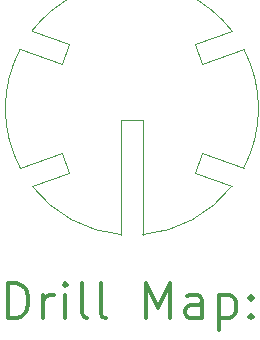
<source format=gbr>
%FSLAX45Y45*%
G04 Gerber Fmt 4.5, Leading zero omitted, Abs format (unit mm)*
G04 Created by KiCad (PCBNEW (5.1.5)-3) date 2021-03-06 07:38:31*
%MOMM*%
%LPD*%
G04 APERTURE LIST*
%TA.AperFunction,Profile*%
%ADD10C,0.050000*%
%TD*%
%ADD11C,0.200000*%
%ADD12C,0.300000*%
G04 APERTURE END LIST*
D10*
X14489968Y-9613626D02*
X14139347Y-9741237D01*
X14489968Y-8864374D02*
X14551528Y-8695228D01*
X15682032Y-9613626D02*
X15620470Y-9782772D01*
X15176000Y-10306845D02*
X15176000Y-9339000D01*
X14139346Y-8736766D02*
X14489968Y-8864374D01*
X15176000Y-9339000D02*
X14996000Y-9339000D01*
X14551529Y-9782772D02*
X14489968Y-9613626D01*
X15932380Y-9896293D02*
G75*
G02X15176000Y-10306845I-846380J657293D01*
G01*
X14996000Y-9339000D02*
X14996000Y-10306845D01*
X14239620Y-9896293D02*
X14551529Y-9782772D01*
X14551528Y-8695228D02*
X14239618Y-8581709D01*
X14139347Y-9741237D02*
G75*
G02X14139346Y-8736766I946653J502237D01*
G01*
X14996000Y-10306845D02*
G75*
G02X14239620Y-9896293I90000J1067845D01*
G01*
X16032653Y-9741237D02*
X15682032Y-9613626D01*
X15620470Y-9782772D02*
X15932380Y-9896293D01*
X16032654Y-8736766D02*
G75*
G02X16032653Y-9741237I-946654J-502234D01*
G01*
X15682032Y-8864374D02*
X16032654Y-8736766D01*
X15620472Y-8695229D02*
X15682032Y-8864374D01*
X15932382Y-8581710D02*
X15620472Y-8695229D01*
X14239618Y-8581709D02*
G75*
G02X15932382Y-8581710I846382J-657291D01*
G01*
D11*
D12*
X14036428Y-11015714D02*
X14036428Y-10715714D01*
X14107857Y-10715714D01*
X14150714Y-10730000D01*
X14179286Y-10758571D01*
X14193571Y-10787143D01*
X14207857Y-10844286D01*
X14207857Y-10887143D01*
X14193571Y-10944286D01*
X14179286Y-10972857D01*
X14150714Y-11001429D01*
X14107857Y-11015714D01*
X14036428Y-11015714D01*
X14336428Y-11015714D02*
X14336428Y-10815714D01*
X14336428Y-10872857D02*
X14350714Y-10844286D01*
X14365000Y-10830000D01*
X14393571Y-10815714D01*
X14422143Y-10815714D01*
X14522143Y-11015714D02*
X14522143Y-10815714D01*
X14522143Y-10715714D02*
X14507857Y-10730000D01*
X14522143Y-10744286D01*
X14536428Y-10730000D01*
X14522143Y-10715714D01*
X14522143Y-10744286D01*
X14707857Y-11015714D02*
X14679286Y-11001429D01*
X14665000Y-10972857D01*
X14665000Y-10715714D01*
X14865000Y-11015714D02*
X14836428Y-11001429D01*
X14822143Y-10972857D01*
X14822143Y-10715714D01*
X15207857Y-11015714D02*
X15207857Y-10715714D01*
X15307857Y-10930000D01*
X15407857Y-10715714D01*
X15407857Y-11015714D01*
X15679286Y-11015714D02*
X15679286Y-10858571D01*
X15665000Y-10830000D01*
X15636428Y-10815714D01*
X15579286Y-10815714D01*
X15550714Y-10830000D01*
X15679286Y-11001429D02*
X15650714Y-11015714D01*
X15579286Y-11015714D01*
X15550714Y-11001429D01*
X15536428Y-10972857D01*
X15536428Y-10944286D01*
X15550714Y-10915714D01*
X15579286Y-10901429D01*
X15650714Y-10901429D01*
X15679286Y-10887143D01*
X15822143Y-10815714D02*
X15822143Y-11115714D01*
X15822143Y-10830000D02*
X15850714Y-10815714D01*
X15907857Y-10815714D01*
X15936428Y-10830000D01*
X15950714Y-10844286D01*
X15965000Y-10872857D01*
X15965000Y-10958571D01*
X15950714Y-10987143D01*
X15936428Y-11001429D01*
X15907857Y-11015714D01*
X15850714Y-11015714D01*
X15822143Y-11001429D01*
X16093571Y-10987143D02*
X16107857Y-11001429D01*
X16093571Y-11015714D01*
X16079286Y-11001429D01*
X16093571Y-10987143D01*
X16093571Y-11015714D01*
X16093571Y-10830000D02*
X16107857Y-10844286D01*
X16093571Y-10858571D01*
X16079286Y-10844286D01*
X16093571Y-10830000D01*
X16093571Y-10858571D01*
M02*

</source>
